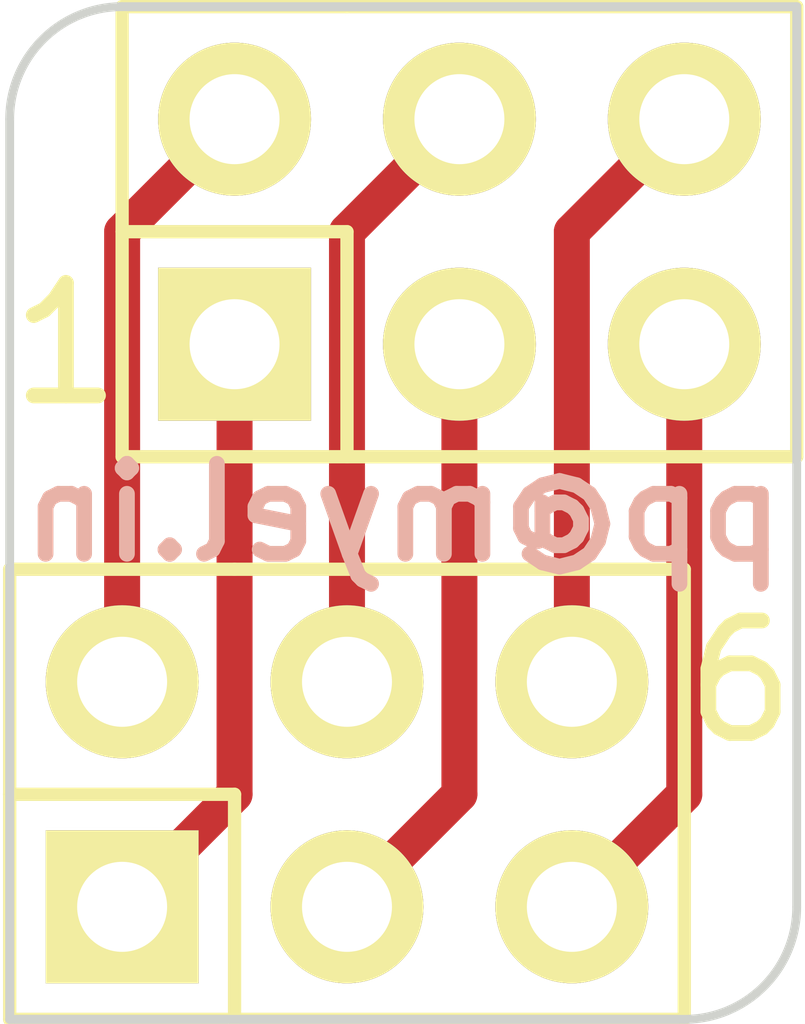
<source format=kicad_pcb>
(kicad_pcb (version 20221018) (generator pcbnew)
  (layers (0 "F.Cu" signal) (31 "B.Cu" signal) (34 "B.Paste" user) (35 "F.Paste" user) (36 "B.SilkS" user "B.Silkscreen") (37 "F.SilkS" user "F.Silkscreen") (38 "B.Mask" user) (39 "F.Mask" user) (44 "Edge.Cuts" user))
  (net 0 "")
  (net 1 "Net-(CON1-Pad1)")
  (net 2 "Net-(CON1-Pad2)")
  (net 3 "Net-(CON1-Pad3)")
  (net 4 "Net-(CON1-Pad4)")
  (net 5 "Net-(CON1-Pad5)")
  (net 6 "Net-(CON1-Pad6)")
  (footprint "Pin_Headers:Pin_Header_Straight_2x03" (layer "F.Cu") (at 147.32 111.76)
    (fp_text reference "CON1" hide)
    (fp_text value "AVR-ISP-6" hide)
    (fp_line (start -3.81 -2.54) (end -3.81 0) (stroke (width 0.15)) (layer "F.SilkS"))
    (fp_line (start -3.81 0) (end -1.27 0) (stroke (width 0.15)) (layer "F.SilkS"))
    (fp_line (start -3.81 2.54) (end -3.81 0) (stroke (width 0.15)) (layer "F.SilkS"))
    (fp_line (start -3.81 2.54) (end 3.81 2.54) (stroke (width 0.15)) (layer "F.SilkS"))
    (fp_line (start -1.27 -2.54) (end -3.81 -2.54) (stroke (width 0.15)) (layer "F.SilkS"))
    (fp_line (start -1.27 0) (end -1.27 2.54) (stroke (width 0.15)) (layer "F.SilkS"))
    (fp_line (start 3.81 -2.54) (end -1.27 -2.54) (stroke (width 0.15)) (layer "F.SilkS"))
    (fp_line (start 3.81 2.54) (end 3.81 -2.54) (stroke (width 0.15)) (layer "F.SilkS"))
    (pad "1" thru_hole rect (at -2.54 1.27) (size 1.7272 1.7272) (drill 1.016) (layers "*.Cu" "*.Mask" "F.SilkS") (net 1 "Net-(CON1-Pad1)"))
    (pad "2" thru_hole oval (at -2.54 -1.27) (size 1.7272 1.7272) (drill 1.016) (layers "*.Cu" "*.Mask" "F.SilkS") (net 2 "Net-(CON1-Pad2)"))
    (pad "3" thru_hole oval (at 0 1.27) (size 1.7272 1.7272) (drill 1.016) (layers "*.Cu" "*.Mask" "F.SilkS") (net 3 "Net-(CON1-Pad3)"))
    (pad "4" thru_hole oval (at 0 -1.27) (size 1.7272 1.7272) (drill 1.016) (layers "*.Cu" "*.Mask" "F.SilkS") (net 4 "Net-(CON1-Pad4)"))
    (pad "5" thru_hole oval (at 2.54 1.27) (size 1.7272 1.7272) (drill 1.016) (layers "*.Cu" "*.Mask" "F.SilkS") (net 5 "Net-(CON1-Pad5)"))
    (pad "6" thru_hole oval (at 2.54 -1.27) (size 1.7272 1.7272) (drill 1.016) (layers "*.Cu" "*.Mask" "F.SilkS") (net 6 "Net-(CON1-Pad6)"))
  )
  (footprint "Pin_Headers:Pin_Header_Straight_2x03" (layer "F.Cu") (at 148.59 105.41)
    (fp_text reference "CON2" hide)
    (fp_text value "AVR-ISP-6" hide)
    (fp_line (start -3.81 -2.54) (end -3.81 0) (stroke (width 0.15)) (layer "F.SilkS"))
    (fp_line (start -3.81 0) (end -1.27 0) (stroke (width 0.15)) (layer "F.SilkS"))
    (fp_line (start -3.81 2.54) (end -3.81 0) (stroke (width 0.15)) (layer "F.SilkS"))
    (fp_line (start -3.81 2.54) (end 3.81 2.54) (stroke (width 0.15)) (layer "F.SilkS"))
    (fp_line (start -1.27 -2.54) (end -3.81 -2.54) (stroke (width 0.15)) (layer "F.SilkS"))
    (fp_line (start -1.27 0) (end -1.27 2.54) (stroke (width 0.15)) (layer "F.SilkS"))
    (fp_line (start 3.81 -2.54) (end -1.27 -2.54) (stroke (width 0.15)) (layer "F.SilkS"))
    (fp_line (start 3.81 2.54) (end 3.81 -2.54) (stroke (width 0.15)) (layer "F.SilkS"))
    (pad "1" thru_hole rect (at -2.54 1.27) (size 1.7272 1.7272) (drill 1.016) (layers "*.Cu" "*.Mask" "F.SilkS") (net 1 "Net-(CON1-Pad1)"))
    (pad "2" thru_hole oval (at -2.54 -1.27) (size 1.7272 1.7272) (drill 1.016) (layers "*.Cu" "*.Mask" "F.SilkS") (net 2 "Net-(CON1-Pad2)"))
    (pad "3" thru_hole oval (at 0 1.27) (size 1.7272 1.7272) (drill 1.016) (layers "*.Cu" "*.Mask" "F.SilkS") (net 3 "Net-(CON1-Pad3)"))
    (pad "4" thru_hole oval (at 0 -1.27) (size 1.7272 1.7272) (drill 1.016) (layers "*.Cu" "*.Mask" "F.SilkS") (net 4 "Net-(CON1-Pad4)"))
    (pad "5" thru_hole oval (at 2.54 1.27) (size 1.7272 1.7272) (drill 1.016) (layers "*.Cu" "*.Mask" "F.SilkS") (net 5 "Net-(CON1-Pad5)"))
    (pad "6" thru_hole oval (at 2.54 -1.27) (size 1.7272 1.7272) (drill 1.016) (layers "*.Cu" "*.Mask" "F.SilkS") (net 6 "Net-(CON1-Pad6)"))
  )
  (gr_arc (start 152.4 113.03) (mid 152.028026 113.928026) (end 151.13 114.3) (stroke (width 0.1)) (layer "Edge.Cuts"))
  (gr_line (start 143.51 104.14) (end 143.51 114.3) (stroke (width 0.1)) (layer "Edge.Cuts"))
  (gr_line (start 143.51 114.3) (end 151.13 114.3) (stroke (width 0.1)) (layer "Edge.Cuts"))
  (gr_line (start 152.4 113.03) (end 152.4 102.87) (stroke (width 0.1)) (layer "Edge.Cuts"))
  (gr_arc (start 143.51 104.14) (mid 143.881974 103.241974) (end 144.78 102.87) (stroke (width 0.1)) (layer "Edge.Cuts"))
  (gr_line (start 152.4 102.87) (end 144.78 102.87) (stroke (width 0.1)) (layer "Edge.Cuts"))
  (gr_text "pp@myel.in" (at 147.955 108.585) (layer "B.SilkS") (effects (font (size 1.016 1.016) (thickness 0.1778)) (justify mirror)))
  (gr_text "6" (at 151.765 110.49) (layer "F.SilkS") (effects (font (size 1.27 1.27) (thickness 0.1778))))
  (gr_text "1" (at 144.145 106.68) (layer "F.SilkS") (effects (font (size 1.27 1.27) (thickness 0.1778))))
  (segment (start 146.05 111.76) (end 144.78 113.03) (width 0.4064) (layer "F.Cu") (net 1))
  (segment (start 146.05 106.68) (end 146.05 111.76) (width 0.4064) (layer "F.Cu") (net 1))
  (segment (start 144.78 105.41) (end 144.78 110.49) (width 0.4064) (layer "F.Cu") (net 2))
  (segment (start 146.05 104.14) (end 144.78 105.41) (width 0.4064) (layer "F.Cu") (net 2))
  (segment (start 148.59 111.76) (end 147.32 113.03) (width 0.4064) (layer "F.Cu") (net 3))
  (segment (start 148.59 106.68) (end 148.59 111.76) (width 0.4064) (layer "F.Cu") (net 3))
  (segment (start 147.32 105.41) (end 147.32 110.49) (width 0.4064) (layer "F.Cu") (net 4))
  (segment (start 148.59 104.14) (end 147.32 105.41) (width 0.4064) (layer "F.Cu") (net 4))
  (segment (start 151.13 111.76) (end 149.86 113.03) (width 0.4064) (layer "F.Cu") (net 5))
  (segment (start 151.13 106.68) (end 151.13 111.76) (width 0.4064) (layer "F.Cu") (net 5))
  (segment (start 149.86 105.41) (end 151.13 104.14) (width 0.4064) (layer "F.Cu") (net 6))
  (segment (start 149.86 110.49) (end 149.86 105.41) (width 0.4064) (layer "F.Cu") (net 6))
)
</source>
